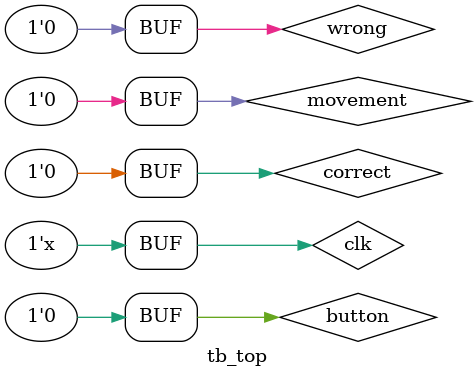
<source format=v>
`timescale 1ns / 1ps

module tb_top( );

    parameter onetens_BAUDs=2*500000000;
    parameter BAUDs=10*onetens_BAUDs;
    
    reg clk=0;
    reg button,correct,wrong,movement;
    
    wire [5:0] tricol;
    wire [7:0] AN,CA;
    wire [1:0] current_state;
    wire [4:0] second;
    wire active;
    
    always #500 clk=!clk;
    
    top UUT (clk,button,correct,wrong,movement,tricol,AN,CA,current_state,second,active);
    
    initial begin
        button=0;correct=0;wrong=0;movement=0;
        #BAUDs;#BAUDs;
        #BAUDs button=1;
        #BAUDs button=0;
        #BAUDs;#BAUDs;#BAUDs;#BAUDs;#BAUDs;#BAUDs;#BAUDs;#BAUDs;#BAUDs;#BAUDs;//10s
        #BAUDs;#BAUDs;#BAUDs;#BAUDs;#BAUDs;#BAUDs;#BAUDs;#BAUDs;#BAUDs;#BAUDs;
        #BAUDs movement=1;
        #BAUDs movement=0;
        #BAUDs;#BAUDs;#BAUDs;#BAUDs;#BAUDs;#BAUDs;#BAUDs;#BAUDs;#BAUDs;#BAUDs;
        #BAUDs;#BAUDs;#BAUDs;#BAUDs;#BAUDs;#BAUDs;#BAUDs;#BAUDs;#BAUDs;#BAUDs;
        #BAUDs;#BAUDs;#BAUDs;#BAUDs;#BAUDs;#BAUDs;#BAUDs;#BAUDs;#BAUDs;#BAUDs;//10s
        #BAUDs correct=1;
        #BAUDs correct=0;
        #BAUDs;#BAUDs;#BAUDs;#BAUDs;#BAUDs;#BAUDs;#BAUDs;#BAUDs;#BAUDs;#BAUDs;//10s
        #BAUDs movement=1;
        #BAUDs movement=0;
        #BAUDs correct=1;
        #BAUDs correct=0;
        #BAUDs;#BAUDs;#BAUDs;#BAUDs;#BAUDs;#BAUDs;#BAUDs;#BAUDs;#BAUDs;#BAUDs;
        #BAUDs;#BAUDs;#BAUDs;#BAUDs;#BAUDs;#BAUDs;#BAUDs;#BAUDs;#BAUDs;#BAUDs;
        #BAUDs;#BAUDs;#BAUDs;#BAUDs;#BAUDs;#BAUDs;#BAUDs;#BAUDs;#BAUDs;#BAUDs;//10s
        #BAUDs movement=1;
        #BAUDs movement=0;
    end
    
endmodule

</source>
